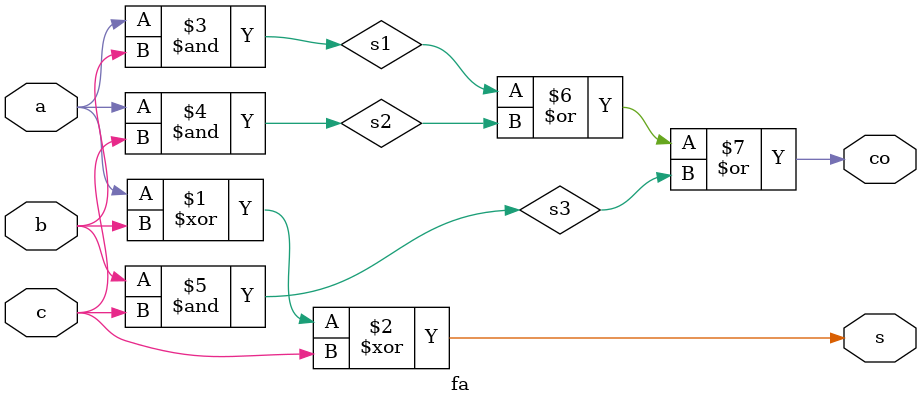
<source format=v>
`timescale  1ns/1ns
module fa(a,b,c,s,co);
input a,b,c;
output s,co;
wire s1,s2,s3;
xor(s,a,b,c);
and(s1,a,b);
and(s2,a,c);
and(s3,b,c);
or(co,s1,s2,s3);
endmodule

</source>
